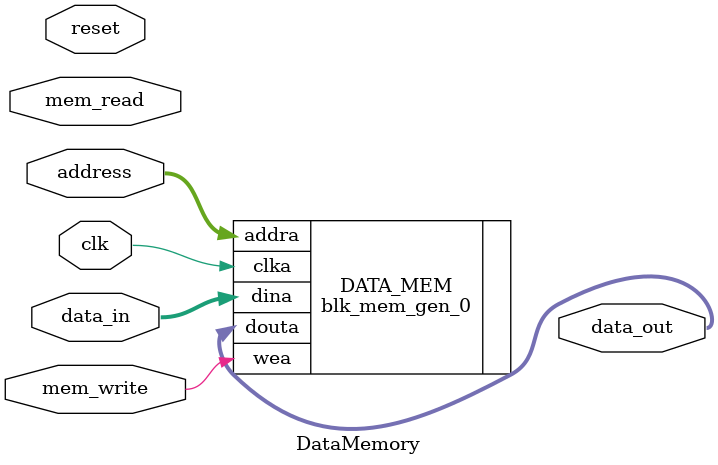
<source format=v>
`timescale 1ns / 1ps


module DataMemory(data_out,mem_read,mem_write,data_in,address,reset,clk);
    input mem_read,mem_write,clk,reset;
    input [31:0] data_in;
    input [31:0] address;
    output [31:0] data_out;
   
     blk_mem_gen_0 DATA_MEM(
      .clka(clk),        
      .wea(mem_write),      
      .addra(address),  
      .dina(data_in),    
      .douta(data_out)  
    );
endmodule

</source>
